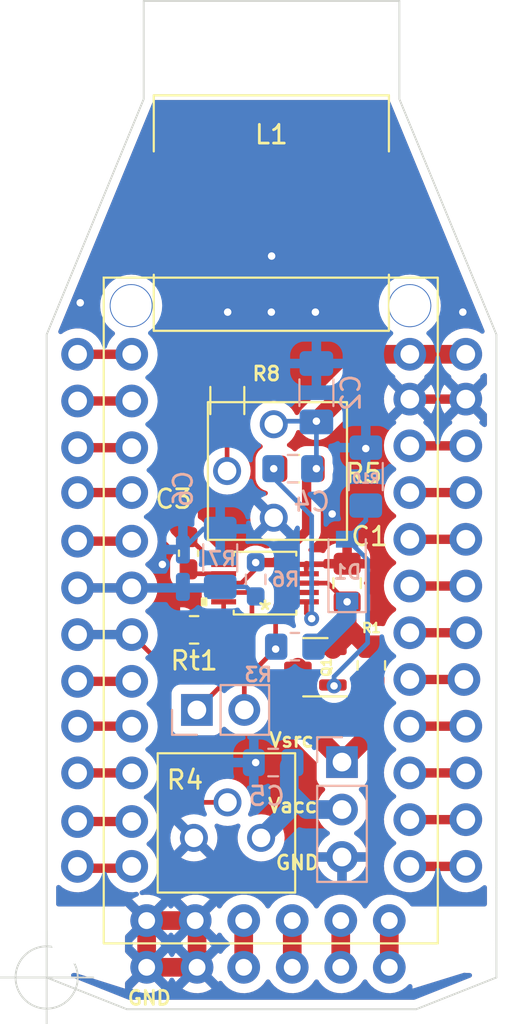
<source format=kicad_pcb>
(kicad_pcb (version 20211014) (generator pcbnew)
  (layers (0 "F.Cu" signal) (31 "B.Cu" power) (34 "B.Paste" user) (35 "F.Paste" user) (36 "B.SilkS" user "B.Silkscreen") (37 "F.SilkS" user "F.Silkscreen") (38 "B.Mask" user) (39 "F.Mask" user) (44 "Edge.Cuts" user))
  (net 0 "")
  (net 1 "PG")
  (net 2 "Vin")
  (net 3 "GND")
  (net 4 "Aref")
  (net 5 "5.5V")
  (net 6 "RT")
  (net 7 "FB")
  (net 8 "Vacc")
  (net 9 "Vsense")
  (net 10 "+12V")
  (net 11 "SW")
  (net 12 "EN")
  (net 13 "Boost")
  (net 14 "unconnected-(T1-Pad0)")
  (net 15 "unconnected-(T1-Pad5)")
  (net 16 "unconnected-(T1-Pad6)")
  (net 17 "unconnected-(T1-Pad8)")
  (net 18 "unconnected-(T1-Pad9)")
  (net 19 "unconnected-(T1-Pad10)")
  (net 20 "unconnected-(T1-Pad13)")
  (net 21 "unconnected-(T1-Pad14)")
  (net 22 "unconnected-(T1-Pad15)")
  (net 23 "unconnected-(T1-Pad17)")
  (net 24 "unconnected-(T1-Pad20)")
  (net 25 "unconnected-(T1-Pad23)")
  (net 26 "unconnected-(T1-Pad24)")
  (net 27 "unconnected-(T1-Pad25)")
  (net 28 "unconnected-(T1-Pad1)")
  (net 29 "unconnected-(T1-Pad2)")
  (net 30 "unconnected-(T1-Pad3)")
  (net 31 "unconnected-(T1-Pad4)")
  (net 32 "unconnected-(T1-Pad16)")
  (net 33 "unconnected-(T1-Pad21)")
  (net 34 "unconnected-(T1-Pad22)")
  (net 35 "unconnected-(T1-Pad26)")
  (net 36 "unconnected-(T1-Pad28)")
  (net 37 "unconnected-(T1-Pad27)")
  (net 38 "Net-(Q1-Pad1)")
  (footprint "Package_TO_SOT_SMD:SOT-23" (layer "F.Cu") (at 152.6 98 180)
    (fp_text reference "Q1" (at -0.6 0 90) (layer "F.SilkS") (effects (font (size 0.5 0.5) (thickness 0.125))))
    (fp_text value "AO3401A" hide)
    (fp_line (start 0 -1.56) (end -1.675 -1.56) (layer "F.SilkS") (width 0.12))
    (fp_line (start 0 1.56) (end 0.65 1.56) (layer "F.SilkS") (width 0.12))
    (fp_line (start 0 1.56) (end -0.65 1.56) (layer "F.SilkS") (width 0.12))
    (fp_line (start 0 -1.56) (end 0.65 -1.56) (layer "F.SilkS") (width 0.12))
    (pad "1" smd roundrect (at -0.9375 -0.95 180) (size 1.475 0.6) (layers "F.Cu" "F.Paste" "F.Mask") (net 38 "Net-(Q1-Pad1)"))
    (pad "2" smd roundrect (at -0.9375 0.95 180) (size 1.475 0.6) (layers "F.Cu" "F.Paste" "F.Mask") (net 2 "Vin"))
    (pad "3" smd roundrect (at 0.9375 0 180) (size 1.475 0.6) (layers "F.Cu" "F.Paste" "F.Mask") (net 10 "+12V"))
  )
  (footprint "Resistor_SMD:R_0805_2012Metric_Pad1.20x1.40mm_HandSolder" (layer "F.Cu") (at 146.1 96 180)
    (fp_text reference "Rt1" (at 0 -1.65 180) (layer "F.SilkS"))
    (fp_text value "226k" hide)
    (fp_line (start -0.227064 0.735) (end 0.227064 0.735) (layer "F.SilkS") (width 0.12))
    (fp_line (start -0.227064 -0.735) (end 0.227064 -0.735) (layer "F.SilkS") (width 0.12))
    (pad "1" smd roundrect (at -1 0 180) (size 1.2 1.4) (layers "F.Cu" "F.Paste" "F.Mask") (roundrect_rratio 0.2083333333) (net 6 "RT"))
    (pad "2" smd roundrect (at 1 0 180) (size 1.2 1.4) (layers "F.Cu" "F.Paste" "F.Mask") (roundrect_rratio 0.2083333333) (net 3 "GND"))
  )
  (footprint "MountingHole:MountingHole_2.5mm" (layer "F.Cu") (at 160.8 112.6)
    (fp_text reference "H1" hide)
    (fp_text value "MountingHole" hide)
    (pad "" np_thru_hole circle (at 0 0) (size 2.5 2.5) (drill 2.5) (layers *.Cu *.Mask))
  )
  (footprint "Arduino:TrinketPro5V_partial" (layer "F.Cu") (at 141.259 77.155)
    (fp_text reference "T1" hide)
    (fp_text value "TrinketPro_5V")
    (fp_rect (start 0 0) (end 17.9 35.62) (layer "F.SilkS") (width 0.12) (fill none))
    (pad "" np_thru_hole circle locked (at 1.47 1.5 90) (size 2.3 2.3) (drill 2.2) (layers F&B.Cu *.Mask))
    (pad "" np_thru_hole circle locked (at 16.4 1.5) (size 2.3 2.3) (drill 2.2) (layers F&B.Cu *.Mask))
    (pad "0" thru_hole circle locked (at 16.4 31.5) (size 1.75 1.75) (drill 1) (layers *.Cu *.Mask) (net 14 "unconnected-(T1-Pad0)"))
    (pad "0" thru_hole circle locked (at 19.4 31.5) (size 1.75 1.75) (drill 1) (layers *.Cu *.Mask) (net 14 "unconnected-(T1-Pad0)"))
    (pad "1" thru_hole circle locked (at 19.4 29) (size 1.75 1.75) (drill 1) (layers *.Cu *.Mask) (net 28 "unconnected-(T1-Pad1)"))
    (pad "1" thru_hole circle locked (at 16.4 29) (size 1.75 1.75) (drill 1) (layers *.Cu *.Mask) (net 28 "unconnected-(T1-Pad1)"))
    (pad "2" thru_hole circle locked (at 16.4 26.5) (size 1.75 1.75) (drill 1) (layers *.Cu *.Mask) (net 29 "unconnected-(T1-Pad2)"))
    (pad "2" thru_hole circle locked (at 19.4 26.5) (size 1.75 1.75) (drill 1) (layers *.Cu *.Mask) (net 29 "unconnected-(T1-Pad2)"))
    (pad "3" thru_hole circle locked (at 16.4 24) (size 1.75 1.75) (drill 1) (layers *.Cu *.Mask) (net 30 "unconnected-(T1-Pad3)"))
    (pad "3" thru_hole circle locked (at 19.4 24) (size 1.75 1.75) (drill 1) (layers *.Cu *.Mask) (net 30 "unconnected-(T1-Pad3)"))
    (pad "4" thru_hole circle locked (at 16.4 21.5) (size 1.75 1.75) (drill 1) (layers *.Cu *.Mask) (net 31 "unconnected-(T1-Pad4)"))
    (pad "4" thru_hole circle locked (at 19.3 21.5) (size 1.75 1.75) (drill 1) (layers *.Cu *.Mask) (net 31 "unconnected-(T1-Pad4)"))
    (pad "5" thru_hole circle locked (at 16.4 19) (size 1.75 1.75) (drill 1) (layers *.Cu *.Mask) (net 15 "unconnected-(T1-Pad5)"))
    (pad "5" thru_hole circle locked (at 19.4 19) (size 1.75 1.75) (drill 1) (layers *.Cu *.Mask) (net 15 "unconnected-(T1-Pad5)"))
    (pad "6" thru_hole circle locked (at 16.4 16.5) (size 1.75 1.75) (drill 1) (layers *.Cu *.Mask) (net 16 "unconnected-(T1-Pad6)"))
    (pad "6" thru_hole circle locked (at 19.4 16.5) (size 1.75 1.75) (drill 1) (layers *.Cu *.Mask) (net 16 "unconnected-(T1-Pad6)"))
    (pad "8" thru_hole circle locked (at 19.4 14) (size 1.75 1.75) (drill 1) (layers *.Cu *.Mask) (net 17 "unconnected-(T1-Pad8)"))
    (pad "8" thru_hole circle locked (at 16.4 14) (size 1.75 1.75) (drill 1) (layers *.Cu *.Mask) (net 17 "unconnected-(T1-Pad8)"))
    (pad "9" thru_hole circle locked (at 16.4 11.5) (size 1.75 1.75) (drill 1) (layers *.Cu *.Mask) (net 18 "unconnected-(T1-Pad9)"))
    (pad "9" thru_hole circle locked (at 19.4 11.5) (size 1.75 1.75) (drill 1) (layers *.Cu *.Mask) (net 18 "unconnected-(T1-Pad9)"))
    (pad "10" thru_hole circle locked (at 19.4 9) (size 1.75 1.75) (drill 1) (layers *.Cu *.Mask) (net 19 "unconnected-(T1-Pad10)"))
    (pad "10" thru_hole circle locked (at 16.4 9) (size 1.75 1.75) (drill 1) (layers *.Cu *.Mask) (net 19 "unconnected-(T1-Pad10)"))
    (pad "11" thru_hole circle locked (at 2.3 34.4) (size 1.75 1.75) (drill 0.9) (layers *.Cu *.Mask) (net 3 "GND"))
    (pad "11" thru_hole circle locked (at 4.9 34.4) (size 1.75 1.75) (drill 0.9) (layers *.Cu *.Mask) (net 3 "GND"))
    (pad "11" thru_hole circle locked (at 5 36.9) (size 1.75 1.75) (drill 0.9) (layers *.Cu *.Mask) (net 3 "GND"))
    (pad "11" thru_hole circle locked (at 19.4 6.5) (size 1.75 1.75) (drill 1) (layers *.Cu *.Mask) (net 3 "GND"))
    (pad "11" thru_hole circle locked (at 16.4 6.5) (size 1.75 1.75) (drill 1) (layers *.Cu *.Mask) (net 3 "GND"))
    (pad "11" thru_hole circle locked (at 2.3 36.9) (size 1.75 1.75) (drill 0.9) (layers *.Cu *.Mask) (net 3 "GND"))
    (pad "12" thru_hole circle locked (at 19.4 4.1) (size 1.75 1.75) (drill 1) (layers *.Cu *.Mask) (net 5 "5.5V"))
    (pad "12" thru_hole circle locked (at 16.4 4.1) (size 1.75 1.75) (drill 1) (layers *.Cu *.Mask) (net 5 "5.5V"))
    (pad "13" thru_hole circle locked (at 1.5 4.1) (size 1.75 1.75) (drill 1) (layers *.Cu *.Mask) (net 20 "unconnected-(T1-Pad13)"))
    (pad "13" thru_hole circle locked (at -1.4 4.1) (size 1.75 1.75) (drill 1) (layers *.Cu *.Mask) (net 20 "unconnected-(T1-Pad13)"))
    (pad "14" thru_hole circle locked (at -1.4 6.6) (size 1.75 1.75) (drill 1) (layers *.Cu *.Mask) (net 21 "unconnected-(T1-Pad14)"))
    (pad "14" thru_hole circle locked (at 1.5 6.6) (size 1.75 1.75) (drill 1) (layers *.Cu *.Mask) (net 21 "unconnected-(T1-Pad14)"))
    (pad "15" thru_hole circle locked (at -1.4 9.1) (size 1.75 1.75) (drill 1) (layers *.Cu *.Mask) (net 22 "unconnected-(T1-Pad15)"))
    (pad "15" thru_hole circle locked (at 1.5 9.1) (size 1.75 1.75) (drill 1) (layers *.Cu *.Mask) (net 22 "unconnected-(T1-Pad15)"))
    (pad "16" thru_hole circle locked (at 1.5 11.5) (size 1.75 1.75) (drill 1) (layers *.Cu *.Mask) (net 32 "unconnected-(T1-Pad16)"))
    (pad "16" thru_hole circle locked (at -1.4 11.5) (size 1.75 1.75) (drill 1) (layers *.Cu *.Mask) (net 32 "unconnected-(T1-Pad16)"))
    (pad "17" thru_hole circle locked (at 1.5 14.1) (size 1.75 1.75) (drill 1) (layers *.Cu *.Mask) (net 23 "unconnected-(T1-Pad17)"))
    (pad "17" thru_hole circle locked (at -1.4 14.1) (size 1.75 1.75) (drill 1) (layers *.Cu *.Mask) (net 23 "unconnected-(T1-Pad17)"))
    (pad "18" thru_hole circle locked (at 1.5 16.6) (size 1.75 1.75) (drill 1) (layers *.Cu *.Mask) (net 4 "Aref"))
    (pad "18" thru_hole circle locked (at -1.4 16.6) (size 1.75 1.75) (drill 1) (layers *.Cu *.Mask) (net 4 "Aref"))
    (pad "19" thru_hole circle locked (at 1.5 19.1) (size 1.75 1.75) (drill 1) (layers *.Cu *.Mask) (net 9 "Vsense"))
    (pad "19" thru_hole circle locked (at -1.4 19.1) (size 1.75 1.75) (drill 1) (layers *.Cu *.Mask) (net 9 "Vsense"))
    (pad "20" thru_hole circle locked (at 1.5 21.6) (size 1.75 1.75) (drill 1) (layers *.Cu *.Mask) (net 24 "unconnected-(T1-Pad20)"))
    (pad "20" thru_hole circle locked (at -1.4 21.6) (size 1.75 1.75) (drill 1) (layers *.Cu *.Mask) (net 24 "unconnected-(T1-Pad20)"))
    (pad "21" thru_hole circle locked (at -1.4 24) (size 1.75 1.75) (drill 1) (layers *.Cu *.Mask) (net 33 "unconnected-(T1-Pad21)"))
    (pad "21" thru_hole circle locked (at 1.5 24) (size 1.75 1.75) (drill 1) (layers *.Cu *.Mask) (net 33 "unconnected-(T1-Pad21)"))
    (pad "22" thru_hole circle locked (at 1.5 26.5) (size 1.75 1.75) (drill 1) (layers *.Cu *.Mask) (net 34 "unconnected-(T1-Pad22)"))
    (pad "22" thru_hole circle locked (at -1.4 26.5) (size 1.75 1.75) (drill 1) (layers *.Cu *.Mask) (net 34 "unconnected-(T1-Pad22)"))
    (pad "23" thru_hole circle locked (at -1.4 29.1) (size 1.75 1.75) (drill 1) (layers *.Cu *.Mask) (net 25 "unconnected-(T1-Pad23)"))
    (pad "23" thru_hole circle locked (at 1.5 29.1) (size 1.75 1.75) (drill 1) (layers *.Cu *.Mask) (net 25 "unconnected-(T1-Pad23)"))
    (pad "24" thru_hole circle locked (at 1.5 31.5) (size 1.75 1.75) (drill 1) (layers *.Cu *.Mask) (net 26 "unconnected-(T1-Pad24)"))
    (pad "24" thru_hole circle locked (at -1.41 31.5) (size 1.75 1.75) (drill 1) (layers *.Cu *.Mask) (net 26 "unconnected-(T1-Pad24)"))
    (pad "25" thru_hole circle locked (at 7.5 36.9) (size 1.75 1.75) (drill 0.9) (layers *.Cu *.Mask) (net 27 "unconnected-(T1-Pad25)"))
    (pad "25" thru_hole circle locked (at 7.5 34.4) (size 1.75 1.75) (drill 0.9) (layers *.Cu *.Mask) (net 27 "unconnected-(T1-Pad25)"))
    (pad "26" thru_hole circle locked (at 10.1 34.4) (size 1.75 1.75) (drill 0.9) (layers *.Cu *.Mask) (net 35 "unconnected-(T1-Pad26)"))
    (pad "26" thru_hole circle locked (at 10.1 36.9) (size 1.75 1.75) (drill 0.9) (layers *.Cu *.Mask) (net 35 "unconnected-(T1-Pad26)"))
    (pad "27" thru_hole circle locked (at 12.7 34.4) (size 1.75 1.75) (drill 0.9) (layers *.Cu *.Mask) (net 37 "unconnected-(T1-Pad27)"))
    (pad "27" thru_hole circle locked (at 12.7 36.9) (size 1.75 1.75) (drill 0.9) (layers *.Cu *.Mask) (net 37 "unconnected-(T1-Pad27)"))
    (pad "28" thru_hole circle locked (at 15.3 34.4) (size 1.75 1.75) (drill 0.9) (layers *.Cu *.Mask) (net 36 "unconnected-(T1-Pad28)"))
    (pad "28" thru_hole circle locked (at 15.3 36.9) (size 1.75 1.75) (drill 0.9) (layers *.Cu *.Mask) (net 36 "unconnected-(T1-Pad28)"))
  )
  (footprint "MountingHole:MountingHole_2.5mm" (layer "F.Cu") (at 139.7 112.6)
    (fp_text reference "H2" hide)
    (fp_text value "MountingHole" hide)
    (pad "" np_thru_hole circle (at 0 0) (size 2.5 2.5) (drill 2.5) (layers *.Cu *.Mask))
  )
  (footprint "Capacitor_SMD:C_0603_1608Metric_Pad1.08x0.95mm_HandSolder" (layer "F.Cu") (at 145.8 91.9 90)
    (fp_text reference "C3" (at 2.9 -0.8) (layer "F.SilkS"))
    (fp_text value ".22u" hide)
    (fp_line (start -0.146267 0.51) (end 0.146267 0.51) (layer "F.SilkS") (width 0.12))
    (fp_line (start -0.146267 -0.51) (end 0.146267 -0.51) (layer "F.SilkS") (width 0.12))
    (pad "1" smd roundrect (at -0.8625 0 90) (size 1.075 0.95) (layers "F.Cu" "F.Paste" "F.Mask") (net 13 "Boost"))
    (pad "2" smd roundrect (at 0.8625 0 90) (size 1.075 0.95) (layers "F.Cu" "F.Paste" "F.Mask") (net 11 "SW"))
  )
  (footprint "MountingHole:MountingHole_2.5mm" (layer "F.Cu") (at 150.5 65.3)
    (fp_text reference "H3" hide)
    (fp_text value "MountingHole")
    (pad "" np_thru_hole circle (at 0 0) (size 2.5 2.5) (drill 2.5) (layers *.Cu *.Mask))
  )
  (footprint "Resistor_SMD:R_1206_3216Metric_Pad1.30x1.75mm_HandSolder" (layer "F.Cu") (at 147.880926 83.730067 -90)
    (fp_text reference "R8" (at -1.434067 -2.093074 180) (layer "F.SilkS") (effects (font (size 0.75 0.75))))
    (fp_text value "316K")
    (fp_line (start -0.727064 -0.91) (end 0.727064 -0.91) (layer "F.SilkS") (width 0.12))
    (fp_line (start -0.727064 0.91) (end 0.727064 0.91) (layer "F.SilkS") (width 0.12))
    (pad "1" smd roundrect (at -1.55 0 270) (size 1.3 1.75) (layers "F.Cu" "F.Paste" "F.Mask") (roundrect_rratio 0.1923076923) (net 3 "GND"))
    (pad "2" smd roundrect (at 1.55 0 270) (size 1.3 1.75) (layers "F.Cu" "F.Paste" "F.Mask") (roundrect_rratio 0.1923076923) (net 7 "FB"))
  )
  (footprint "Imported:LT3970HMS-TRPBF" (layer "F.Cu") (at 149.9 93.5 180)
    (fp_text reference "U1" hide)
    (fp_text value "LT3970HMS-TRPBF" hide)
    (fp_text user "*" (at 0 -1.49) (layer "F.SilkS"))
    (fp_line (start 1.6764 -1.4732) (end 1.6764 -1.6764) (layer "F.SilkS") (width 0.12))
    (fp_line (start -1.6764 1.4732) (end -1.6764 1.6764) (layer "F.SilkS") (width 0.12))
    (fp_line (start 1.6764 1.6764) (end 1.6764 1.4732) (layer "F.SilkS") (width 0.12))
    (fp_line (start -1.6764 -1.6764) (end -1.6764 -1.4732) (layer "F.SilkS") (width 0.12))
    (fp_line (start -1.6764 1.6764) (end 1.6764 1.6764) (layer "F.SilkS") (width 0.12))
    (fp_line (start 1.6764 -1.6764) (end -1.6764 -1.6764) (layer "F.SilkS") (width 0.12))
    (fp_poly (pts (xy 3.3909 -1.19126) (xy 3.3909 -0.81026) (xy 3.1369 -0.81026) (xy 3.1369 -1.19126)) (layer "F.SilkS") (width 0.1) (fill solid))
    (pad "1" smd rect (at -2.21615 -1.00076 180) (size 1.3335 0.2794) (layers "F.Cu" "F.Paste" "F.Mask") (net 7 "FB"))
    (pad "2" smd rect (at -2.21615 -0.50038 180) (size 1.3335 0.2794) (layers "F.Cu" "F.Paste" "F.Mask") (net 12 "EN"))
    (pad "3" smd rect (at -2.21615 0 180) (size 1.3335 0.2794) (layers "F.Cu" "F.Paste" "F.Mask") (net 2 "Vin"))
    (pad "4" smd rect (at -2.21615 0.50038 180) (size 1.3335 0.2794) (layers "F.Cu" "F.Paste" "F.Mask") (net 3 "GND"))
    (pad "5" smd rect (at -2.21615 1.00076 180) (size 1.3335 0.2794) (layers "F.Cu" "F.Paste" "F.Mask") (net 3 "GND"))
    (pad "6" smd rect (at 2.21615 1.00076 180) (size 1.3335 0.2794) (layers "F.Cu" "F.Paste" "F.Mask") (net 11 "SW"))
    (pad "7" smd rect (at 2.21615 0.50038 180) (size 1.3335 0.2794) (layers "F.Cu" "F.Paste" "F.Mask") (net 13 "Boost"))
    (pad "8" smd rect (at 2.21615 0 180) (size 1.3335 0.2794) (layers "F.Cu" "F.Paste" "F.Mask") (net 5 "5.5V"))
    (pad "9" smd rect (at 2.21615 -0.50038 180) (size 1.3335 0.2794) (layers "F.Cu" "F.Paste" "F.Mask") (net 1 "PG"))
    (pad "10" smd rect (at 2.21615 -1.00076 180) (size 1.3335 0.2794) (layers "F.Cu" "F.Paste" "F.Mask") (net 6 "RT"))
  )
  (footprint "Potentiometer_Imported:CT-6EW" (layer "F.Cu") (at 147.89 106.53)
    (fp_text reference "R4" (at -2.28 -2.5) (layer "F.SilkS"))
    (fp_text value "CT6EW203_10K_4.545K" hide)
    (fp_line (start 3.627 -3.927) (end 3.627 3.52536) (layer "F.SilkS") (width 0.12))
    (fp_line (start 3.627 3.52536) (end -3.739 3.52536) (layer "F.SilkS") (width 0.12))
    (fp_line (start 3.627 -3.927) (end -3.739 -3.927) (layer "F.SilkS") (width 0.12))
    (fp_line (start -3.739 -3.927) (end -3.739 3.52536) (layer "F.SilkS") (width 0.12))
    (pad "1" thru_hole circle (at 1.8 0.6) (size 1.4986 1.4986) (drill 0.9906) (layers *.Cu *.Mask) (net 8 "Vacc"))
    (pad "2" thru_hole circle (at 0 -1.3) (size 1.4986 1.4986) (drill 0.9906) (layers *.Cu *.Mask) (net 9 "Vsense"))
    (pad "3" thru_hole circle (at -1.8 0.6) (size 1.4986 1.4986) (drill 0.9906) (layers *.Cu *.Mask) (net 3 "GND"))
  )
  (footprint "Capacitor_SMD:C_0805_2012Metric_Pad1.18x1.45mm_HandSolder" (layer "F.Cu") (at 154.3 93.5 90)
    (fp_text reference "C1" (at 2.5 1.2 180) (layer "F.SilkS"))
    (fp_text value "2.2uF" hide)
    (fp_line (start -0.261252 -0.735) (end 0.261252 -0.735) (layer "F.SilkS") (width 0.12))
    (fp_line (start -0.261252 0.735) (end 0.261252 0.735) (layer "F.SilkS") (width 0.12))
    (pad "1" smd roundrect (at -1.0375 0 90) (size 1.175 1.45) (layers "F.Cu" "F.Paste" "F.Mask") (roundrect_rratio 0.2127659574) (net 2 "Vin"))
    (pad "2" smd roundrect (at 1.0375 0 90) (size 1.175 1.45) (layers "F.Cu" "F.Paste" "F.Mask") (roundrect_rratio 0.2127659574) (net 3 "GND"))
  )
  (footprint "Potentiometer_Imported:GF063P1" (layer "F.Cu") (at 150.368 90 -90)
    (fp_text reference "R2" hide)
    (fp_text value "1M_Pot" hide)
    (fp_line (start 1.183 3.52718) (end -6.183 3.52718) (layer "F.SilkS") (width 0.12))
    (fp_line (start 1.183 -3.92518) (end 1.183 3.52718) (layer "F.SilkS") (width 0.12))
    (fp_line (start 1.183 -3.92518) (end -6.183 -3.92518) (layer "F.SilkS") (width 0.12))
    (fp_line (start -6.183 -3.92518) (end -6.183 3.52718) (layer "F.SilkS") (width 0.12))
    (pad "1" thru_hole circle (at 0 0 270) (size 1.4986 1.4986) (drill 0.9906) (layers *.Cu *.Mask) (net 3 "GND"))
    (pad "2" thru_hole circle (at -2.5 2.5 270) (size 1.4986 1.4986) (drill 0.9906) (layers *.Cu *.Mask) (net 7 "FB"))
    (pad "3" thru_hole circle (at -5 0 270) (size 1.4986 1.4986) (drill 0.9906) (layers *.Cu *.Mask) (net 5 "5.5V"))
  )
  (footprint "Resistor_SMD:R_0805_2012Metric_Pad1.20x1.40mm_HandSolder" (layer "F.Cu") (at 155.6 97.9 90)
    (fp_text reference "R1" (at 2 0 180) (layer "F.SilkS") (effects (font (size 0.5 0.5) (thickness 0.125))))
    (fp_text value "JMP")
    (fp_line (start -0.227064 -0.735) (end 0.227064 -0.735) (layer "F.SilkS") (width 0.12))
    (fp_line (start -0.227064 0.735) (end 0.227064 0.735) (layer "F.SilkS") (width 0.12))
    (pad "1" smd roundrect (at -1 0 90) (size 1.2 1.4) (layers "F.Cu" "F.Paste" "F.Mask") (roundrect_rratio 0.2083333333) (net 10 "+12V"))
    (pad "2" smd roundrect (at 1 0 90) (size 1.2 1.4) (layers "F.Cu" "F.Paste" "F.Mask") (roundrect_rratio 0.2083333333) (net 2 "Vin"))
  )
  (footprint "Inductor_SMD:L_12x12mm_H8mm" (layer "F.Cu") (at 150.24 73.7)
    (fp_text reference "L1" (at 0 -4.2) (layer "F.SilkS"))
    (fp_text value "22u_CDRH127/LDNP-220MC")
    (fp_line (start 6.3 6.3) (end -6.3 6.3) (layer "F.SilkS") (width 0.12))
    (fp_line (start -6.3 -3.3) (end -6.3 -6.3) (layer "F.SilkS") (width 0.12))
    (fp_line (start -6.3 -6.3) (end 6.3 -6.3) (layer "F.SilkS") (width 0.12))
    (fp_line (start -6.3 6.3) (end -6.3 3.3) (layer "F.SilkS") (width 0.12))
    (fp_line (start 6.3 -6.3) (end 6.3 -3.3) (layer "F.SilkS") (width 0.12))
    (fp_line (start 6.3 3.3) (end 6.3 6.3) (layer "F.SilkS") (width 0.12))
    (pad "1" smd rect (at -4.95 0) (size 2.9 5.4) (layers "F.Cu" "F.Paste" "F.Mask") (net 11 "SW"))
    (pad "2" smd rect (at 4.95 0) (size 2.9 5.4) (layers "F.Cu" "F.Paste" "F.Mask") (net 5 "5.5V"))
  )
  (footprint "Resistor_SMD:R_0805_2012Metric_Pad1.20x1.40mm_HandSolder" (layer "F.Cu") (at 151.498 87.376 180)
    (fp_text reference "R5" (at -3.696 -0.254) (layer "F.SilkS"))
    (fp_text value "1M")
    (fp_line (start -0.227064 -0.735) (end 0.227064 -0.735) (layer "F.SilkS") (width 0.12))
    (fp_line (start -0.227064 0.735) (end 0.227064 0.735) (layer "F.SilkS") (width 0.12))
    (pad "1" smd roundrect (at -1 0 180) (size 1.2 1.4) (layers "F.Cu" "F.Paste" "F.Mask") (roundrect_rratio 0.2083333333) (net 5 "5.5V"))
    (pad "2" smd roundrect (at 1 0 180) (size 1.2 1.4) (layers "F.Cu" "F.Paste" "F.Mask") (roundrect_rratio 0.2083333333) (net 7 "FB"))
  )
  (footprint "Diode_SMD:D_SOD-123" (layer "B.Cu") (at 154.3 92.8 90)
    (fp_text reference "D1" (at -0.11 0.02) (layer "B.SilkS") (effects (font (size 0.75 0.75)) (justify mirror)))
    (fp_text value "25VBrkDwn" hide)
    (fp_line (start -2.25 -1) (end 1.65 -1) (layer "B.SilkS") (width 0.12))
    (fp_line (start -2.25 1) (end 1.65 1) (layer "B.SilkS") (width 0.12))
    (fp_line (start -2.25 1) (end -2.25 -1) (layer "B.SilkS") (width 0.12))
    (pad "1" smd rect (at -1.65 0 90) (size 0.9 1.2) (layers "B.Cu" "B.Paste" "B.Mask") (net 2 "Vin"))
    (pad "2" smd rect (at 1.65 0 90) (size 0.9 1.2) (layers "B.Cu" "B.Paste" "B.Mask") (net 38 "Net-(Q1-Pad1)"))
  )
  (footprint "Custom:C_0.64x0.4_Handsolder" (layer "B.Cu") (at 145.5 92.7 90)
    (fp_text reference "C6" (at 4.24 0.012 90 unlocked) (layer "B.SilkS") (effects (justify mirror)))
    (fp_text value "100n" hide)
    (pad "1" smd roundrect (at -1 0 90) (size 1.5 0.75) (layers "B.Cu" "B.Paste" "B.Mask") (net 4 "Aref"))
    (pad "2" smd roundrect (at 1 0 90) (size 1.5 0.75) (layers "B.Cu" "B.Paste" "B.Mask") (net 3 "GND"))
  )
  (footprint "Connector_PinSocket_2.54mm:PinSocket_1x02_P2.54mm_Vertical" (layer "B.Cu") (at 146.25 100.285 -90)
    (fp_text reference "J4" hide)
    (fp_text value "FET_CTRL" hide)
    (fp_line (start -1.33 -3.87) (end 1.33 -3.87) (layer "B.SilkS") (width 0.12))
    (fp_line (start 0 1.33) (end 1.33 1.33) (layer "B.SilkS") (width 0.12))
    (fp_line (start -1.33 -1.27) (end 1.33 -1.27) (layer "B.SilkS") (width 0.12))
    (fp_line (start 1.33 1.33) (end 1.33 0) (layer "B.SilkS") (width 0.12))
    (fp_line (start -1.33 -1.27) (end -1.33 -3.87) (layer "B.SilkS") (width 0.12))
    (fp_line (start 1.33 -1.27) (end 1.33 -3.87) (layer "B.SilkS") (width 0.12))
    (pad "1" thru_hole rect (at 0 0 270) (size 1.7 1.7) (drill 1) (layers *.Cu *.Mask) (net 1 "PG"))
    (pad "2" thru_hole oval (at 0 -2.54 270) (size 1.7 1.7) (drill 1) (layers *.Cu *.Mask) (net 12 "EN"))
  )
  (footprint "Resistor_SMD:R_1206_3216Metric_Pad1.30x1.75mm_HandSolder" (layer "B.Cu") (at 147.5 92.15 -90)
    (fp_text reference "R7" (at 0.05 -0.1 180) (layer "B.SilkS") (effects (font (size 0.75 0.75)) (justify mirror)))
    (fp_text value "100K" hide)
    (fp_line (start -0.727064 0.91) (end 0.727064 0.91) (layer "B.SilkS") (width 0.12))
    (fp_line (start -0.727064 -0.91) (end 0.727064 -0.91) (layer "B.SilkS") (width 0.12))
    (pad "1" smd roundrect (at -1.55 0 270) (size 1.3 1.75) (layers "B.Cu" "B.Paste" "B.Mask") (roundrect_rratio 0.1923076923) (net 3 "GND"))
    (pad "2" smd roundrect (at 1.55 0 270) (size 1.3 1.75) (layers "B.Cu" "B.Paste" "B.Mask") (roundrect_rratio 0.1923076923) (net 4 "Aref"))
  )
  (footprint "Resistor_SMD:R_0805_2012Metric_Pad1.20x1.40mm_HandSolder" (layer "B.Cu") (at 151.5 96.9)
    (fp_text reference "R3" (at -1.96 1.5) (layer "B.SilkS") (effects (font (size 0.75 0.75)) (justify mirror)))
    (fp_text value "JMP")
    (fp_line (start -0.227064 0.735) (end 0.227064 0.735) (layer "B.SilkS") (width 0.12))
    (fp_line (start -0.227064 -0.735) (end 0.227064 -0.735) (layer "B.SilkS") (width 0.12))
    (pad "1" smd roundrect (at -1 0) (size 1.2 1.4) (layers "B.Cu" "B.Paste" "B.Mask") (roundrect_rratio 0.2083333333) (net 12 "EN"))
    (pad "2" smd roundrect (at 1 0) (size 1.2 1.4) (layers "B.Cu" "B.Paste" "B.Mask") (roundrect_rratio 0.2083333333) (net 2 "Vin"))
  )
  (footprint "Capacitor_SMD:C_0805_2012Metric_Pad1.18x1.45mm_HandSolder" (layer "B.Cu") (at 151.384 87.376 180)
    (fp_text reference "C4" (at -1.016 -1.778) (layer "B.SilkS") (effects (justify mirror)))
    (fp_text value "22p" hide)
    (fp_line (start -0.261252 -0.735) (end 0.261252 -0.735) (layer "B.SilkS") (width 0.12))
    (fp_line (start -0.261252 0.735) (end 0.261252 0.735) (layer "B.SilkS") (width 0.12))
    (pad "1" smd roundrect (at -1.0375 0 180) (size 1.175 1.45) (layers "B.Cu" "B.Paste" "B.Mask") (roundrect_rratio 0.2127659574) (net 5 "5.5V"))
    (pad "2" smd roundrect (at 1.0375 0 180) (size 1.175 1.45) (layers "B.Cu" "B.Paste" "B.Mask") (roundrect_rratio 0.2127659574) (net 7 "FB"))
  )
  (footprint "Connector_PinSocket_2.54mm:PinSocket_1x03_P2.54mm_Vertical" (layer "B.Cu") (at 154.025 103.075 180)
    (fp_text reference "J1" hide)
    (fp_text value "PWR_IN")
    (fp_line (start -1.33 -1.27) (end -1.33 -6.41) (layer "B.SilkS") (width 0.12))
    (fp_line (start -1.33 -6.41) (end 1.33 -6.41) (layer "B.SilkS") (width 0.12))
    (fp_line (start 0 1.33) (end 1.33 1.33) (layer "B.SilkS") (width 0.12))
    (fp_line (start 1.33 -1.27) (end 1.33 -6.41) (layer "B.SilkS") (width 0.12))
    (fp_line (start -1.33 -1.27) (end 1.33 -1.27) (layer "B.SilkS") (width 0.12))
    (fp_line (start 1.33 1.33) (end 1.33 0) (layer "B.SilkS") (width 0.12))
    (pad "1" thru_hole rect (at 0 0 180) (size 1.7 1.7) (drill 1) (layers *.Cu *.Mask) (net 10 "+12V"))
    (pad "2" thru_hole oval (at 0 -2.54 180) (size 1.7 1.7) (drill 1) (layers *.Cu *.Mask) (net 8 "Vacc"))
    (pad "3" thru_hole oval (at 0 -5.08 180) (size 1.7 1.7) (drill 1) (layers *.Cu *.Mask) (net 3 "GND"))
  )
  (footprint "Capacitor_SMD:C_1206_3216Metric_Pad1.33x1.80mm_HandSolder" (layer "B.Cu") (at 152.654 83.312 90)
    (fp_text reference "C2" (at 0 1.85 90) (layer "B.SilkS") (effects (justify mirror)))
    (fp_text value "47u")
    (fp_line (start -0.711252 -0.91) (end 0.711252 -0.91) (layer "B.SilkS") (width 0.12))
    (fp_line (start -0.711252 0.91) (end 0.711252 0.91) (layer "B.SilkS") (width 0.12))
    (pad "1" smd roundrect (at -1.5625 0 90) (size 1.325 1.8) (layers "B.Cu" "B.Paste" "B.Mask") (roundrect_rratio 0.188679) (net 5 "5.5V"))
    (pad "2" smd roundrect (at 1.5625 0 90) (size 1.325 1.8) (layers "B.Cu" "B.Paste" "B.Mask") (roundrect_rratio 0.188679) (net 3 "GND"))
  )
  (footprint "Resistor_SMD:R_1206_3216Metric_Pad1.30x1.75mm_HandSolder" (layer "B.Cu") (at 155.3 87.8 -90)
    (fp_text reference "R10" (at 0.1 0 180) (layer "B.SilkS") (effects (font (size 0.5 0.5) (thickness 0.125)) (justify mirror)))
    (fp_text value "100K")
    (fp_line (start -0.727064 0.91) (end 0.727064 0.91) (layer "B.SilkS") (width 0.12))
    (fp_line (start -0.727064 -0.91) (end 0.727064 -0.91) (layer "B.SilkS") (width 0.12))
    (pad "1" smd roundrect (at -1.55 0 270) (size 1.3 1.75) (layers "B.Cu" "B.Paste" "B.Mask") (roundrect_rratio 0.1923076923) (net 3 "GND"))
    (pad "2" smd roundrect (at 1.55 0 270) (size 1.3 1.75) (layers "B.Cu" "B.Paste" "B.Mask") (roundrect_rratio 0.1923076923) (net 38 "Net-(Q1-Pad1)"))
  )
  (footprint "Capacitor_SMD:C_0805_2012Metric_Pad1.18x1.45mm_HandSolder" (layer "B.Cu") (at 150.3375 103.1 180)
    (fp_text reference "C5" (at 0.35 -1.8) (layer "B.SilkS") (effects (justify mirror)))
    (fp_text value "47n" hide)
    (fp_line (start -0.261252 0.735) (end 0.261252 0.735) (layer "B.SilkS") (width 0.12))
    (fp_line (start -0.261252 -0.735) (end 0.261252 -0.735) (layer "B.SilkS") (width 0.12))
    (pad "1" smd roundrect (at -1.0375 0 180) (size 1.175 1.45) (layers "B.Cu" "B.Paste" "B.Mask") (roundrect_rratio 0.2127659574) (net 8 "Vacc"))
    (pad "2" smd roundrect (at 1.0375 0 180) (size 1.175 1.45) (layers "B.Cu" "B.Paste" "B.Mask") (roundrect_rratio 0.2127659574) (net 3 "GND"))
  )
  (footprint "Resistor_SMD:R_0603_1608Metric_Pad0.98x0.95mm_HandSolder" (layer "B.Cu") (at 149.4 93.3 90)
    (fp_text reference "R6" (at 0 1.6) (layer "B.SilkS") (effects (font (size 0.75 0.75)) (justify mirror)))
    (fp_text value "10K" hide)
    (fp_line (start -0.254724 0.5225) (end 0.254724 0.5225) (layer "B.SilkS") (width 0.12))
    (fp_line (start -0.254724 -0.5225) (end 0.254724 -0.5225) (layer "B.SilkS") (width 0.12))
    (pad "1" smd roundrect (at -0.9125 0 90) (size 0.975 0.95) (layers "B.Cu" "B.Paste" "B.Mask") (net 4 "Aref"))
    (pad "2" smd roundrect (at 0.9125 0 90) (size 0.975 0.95) (layers "B.Cu" "B.Paste" "B.Mask") (net 5 "5.5V"))
  )
  (gr_line (start 162.3 114.6) (end 158 116.3) (layer "Edge.Cuts") (width 0.1))
  (gr_line (start 143.4 62.35) (end 157.1 62.35) (layer "Edge.Cuts") (width 0.1))
  (gr_line (start 143.4 62.35) (end 143.4 67.6) (layer "Edge.Cuts") (width 0.1))
  (gr_line (start 162.3 114.6) (end 162.3 109.8) (layer "Edge.Cuts") (width 0.1))
  (gr_line (start 142.5 116.3) (end 138.2 114.6) (layer "Edge.Cuts") (width 0.1))
  (gr_line (start 162.3 80.2) (end 157.1 67.6) (layer "Edge.Cuts") (width 0.1))
  (gr_line (start 138.2 109.8) (end 138.2 80.2) (layer "Edge.Cuts") (width 0.1))
  (gr_line (start 138.2 114.6) (end 138.2 109.8) (layer "Edge.Cuts") (width 0.1))
  (gr_line (start 142.5 116.3) (end 158 116.3) (layer "Edge.Cuts") (width 0.1))
  (gr_line (start 157.1 62.35) (end 157.1 67.6) (layer "Edge.Cuts") (width 0.1))
  (gr_line (start 162.3 109.8) (end 162.3 80.2) (layer "Edge.Cuts") (width 0.1))
  (gr_line (start 138.2 80.2) (end 143.4 67.6) (layer "Edge.Cuts") (width 0.1))
  (gr_text "Vacc" (at 151.384 105.41) (layer "F.SilkS") (effects (font (size 0.75 0.75))))
  (gr_text "Vsrc" (at 151.32 101.9) (layer "F.SilkS") (effects (font (size 0.75 0.75))))
  (gr_text "GND" (at 151.638 108.458) (layer "F.SilkS") (effects (font (size 0.75 0.75))))
  (gr_text "GND" (at 143.7 115.7) (layer "F.SilkS") (effects (font (size 0.75 0.75))))
  (target plus (at 138.2 114.6) (size 5) (width 0.1) (layer "Edge.Cuts"))
  (segment (start 149.2 97.335) (end 146.25 100.285) (width 0.25) (layer "F.Cu") (net 1))
  (segment (start 149.2 94.2) (end 149.2 97.335) (width 0.25) (layer "F.Cu") (net 1))
  (segment (start 147.68385 94.00038) (end 149.00038 94.00038) (width 0.25) (layer "F.Cu") (net 1))
  (segment (start 149.00038 94.00038) (end 149.2 94.2) (width 0.25) (layer "F.Cu") (net 1))
  (segment (start 155.4 96.9) (end 154.3 95.8) (width 1) (layer "F.Cu") (net 2))
  (segment (start 153.2625 93.5) (end 154.3 94.5375) (width 0.25) (layer "F.Cu") (net 2))
  (segment (start 154.3 95.3) (end 154.3 94.5375) (width 1) (layer "F.Cu") (net 2))
  (segment (start 154.3 96.2875) (end 153.5375 97.05) (width 1) (layer "F.Cu") (net 2))
  (segment (start 154.3 95.8) (end 154.3 96.2875) (width 1) (layer "F.Cu") (net 2))
  (segment (start 152.11615 93.5) (end 153.2625 93.5) (width 0.25) (layer "F.Cu") (net 2))
  (segment (start 154.3 95.8) (end 154.3 94.5375) (width 1) (layer "F.Cu") (net 2))
  (via (at 154.3 94.5) (size 0.8) (drill 0.4) (layers "F.Cu" "B.Cu") (net 2))
  (segment (start 154.3 95.3) (end 154.3 94.5) (width 1) (layer "B.Cu") (net 2))
  (segment (start 154.3 95.3) (end 152.7 96.9) (width 1) (layer "B.Cu") (net 2))
  (segment (start 152.7 96.9) (end 152.5 96.9) (width 1) (layer "B.Cu") (net 2))
  (segment (start 146.259 114.055) (end 146.259 111.655) (width 1) (layer "F.Cu") (net 3))
  (segment (start 154.3 92.4625) (end 152.15289 92.4625) (width 0.25) (layer "F.Cu") (net 3))
  (segment (start 143.559 114.055) (end 143.559 111.555) (width 1) (layer "F.Cu") (net 3))
  (segment (start 143.559 111.555) (end 146.159 111.555) (width 1) (layer "F.Cu") (net 3))
  (segment (start 143.559 114.055) (end 146.259 114.055) (width 1) (layer "F.Cu") (net 3))
  (segment (start 152.15289 92.4625) (end 152.11615 92.49924) (width 0.25) (layer "F.Cu") (net 3))
  (segment (start 146.259 111.655) (end 146.159 111.555) (width 0.25) (layer "F.Cu") (net 3))
  (segment (start 152.11615 92.99962) (end 152.11615 92.49924) (width 0.25) (layer "F.Cu") (net 3))
  (segment (start 157.659 83.655) (end 160.659 83.655) (width 0.5) (layer "F.Cu") (net 3))
  (via (at 152.6 79) (size 0.8) (drill 0.4) (layers "F.Cu" "B.Cu") (net 3))
  (via (at 150.24 79) (size 0.8) (drill 0.4) (layers "F.Cu" "B.Cu") (net 3))
  (via (at 155.3 86.3) (size 0.8) (drill 0.4) (layers "F.Cu" "B.Cu") (net 3))
  (via (at 140 78.5) (size 0.8) (drill 0.4) (layers "F.Cu" "B.Cu") (net 3))
  (via (at 144.4 92.5) (size 0.8) (drill 0.4) (layers "F.Cu" "B.Cu") (net 3))
  (via (at 153.5 89.8) (size 0.8) (drill 0.4) (layers "F.Cu" "B.Cu") (net 3))
  (via (at 147.9 79) (size 0.8) (drill 0.4) (layers "F.Cu" "B.Cu") (net 3))
  (via (at 160.5 79) (size 0.8) (drill 0.4) (layers "F.Cu" "B.Cu") (net 3))
  (via (at 149.4 103.1) (size 0.8) (drill 0.4) (layers "F.Cu" "B.Cu") (net 3))
  (via (at 150.254156 76) (size 0.8) (drill 0.4) (layers "F.Cu" "B.Cu") (net 3))
  (segment (start 147.5 90.6) (end 146.6 90.6) (width 0.25) (layer "B.Cu") (net 3))
  (segment (start 146.6 90.6) (end 145.5 91.7) (width 0.25) (layer "B.Cu") (net 3))
  (segment (start 142.759 93.755) (end 139.859 93.755) (width 0.5) (layer "F.Cu") (net 4))
  (segment (start 144.945 93.755) (end 139.859 93.755) (width 0.5) (layer "B.Cu") (net 4))
  (segment (start 147.205 93.755) (end 147.21 93.76) (width 0.25) (layer "B.Cu") (net 4))
  (segment (start 144.945 93.755) (end 147.205 93.755) (width 0.5) (layer "B.Cu") (net 4))
  (segment (start 148.8875 93.7) (end 149.4 94.2125) (width 0.25) (layer "B.Cu") (net 4))
  (segment (start 147.5 93.7) (end 148.8875 93.7) (width 0.25) (layer "B.Cu") (net 4))
  (segment (start 149.4 92.738942) (end 149.4 92.4) (width 0.25) (layer "F.Cu") (net 5))
  (segment (start 147.68385 93.5) (end 148.638942 93.5) (width 0.25) (layer "F.Cu") (net 5))
  (segment (start 157.659 81.255) (end 155.423 81.255) (width 1) (layer "F.Cu") (net 5))
  (segment (start 150.424 92.4) (end 152.13 90.694) (width 0.5) (layer "F.Cu") (net 5))
  (segment (start 155.19 81.022) (end 155.19 82.292) (width 1) (layer "F.Cu") (net 5))
  (segment (start 152.13 87.9) (end 152.654 87.376) (width 0.5) (layer "F.Cu") (net 5))
  (segment (start 155.19 82.292) (end 155.194 82.296) (width 1) (layer "F.Cu") (net 5))
  (segment (start 155.423 81.255) (end 155.19 81.022) (width 1) (layer "F.Cu") (net 5))
  (segment (start 157.659 81.255) (end 160.659 81.255) (width 1) (layer "F.Cu") (net 5))
  (segment (start 149.4 92.4) (end 150.424 92.4) (width 0.5) (layer "F.Cu") (net 5))
  (segment (start 152.13 90.694) (end 152.13 87.9) (width 0.5) (layer "F.Cu") (net 5))
  (segment (start 155.194 82.296) (end 152.654 84.836) (width 1) (layer "F.Cu") (net 5))
  (segment (start 155.19 73.7) (end 155.19 81.022) (width 1) (layer "F.Cu") (net 5))
  (segment (start 148.638942 93.5) (end 149.4 92.738942) (width 0.25) (layer "F.Cu") (net 5))
  (via (at 152.654 87.376) (size 0.8) (drill 0.4) (layers "F.Cu" "B.Cu") (net 5))
  (via (at 152.654 84.836) (size 0.8) (drill 0.4) (layers "F.Cu" "B.Cu") (net 5))
  (via (at 149.4 92.4) (size 0.8) (drill 0.4) (layers "F.Cu" "B.Cu") (net 5))
  (segment (start 152.654 84.836) (end 150.532 84.836) (width 0.25) (layer "B.Cu") (net 5))
  (segment (start 152.654 84.836) (end 152.654 87.376) (width 0.25) (layer "B.Cu") (net 5))
  (segment (start 150.532 84.836) (end 150.368 85) (width 0.25) (layer "B.Cu") (net 5))
  (segment (start 147.68385 94.50076) (end 147.68385 95.41615) (width 0.25) (layer "F.Cu") (net 6))
  (segment (start 147.68385 95.41615) (end 147.1 96) (width 0.25) (layer "F.Cu") (net 6))
  (segment (start 152.11615 95.11615) (end 152.4 95.4) (width 0.25) (layer "F.Cu") (net 7))
  (segment (start 147.868 87.5) (end 147.868 85.292993) (width 0.25) (layer "F.Cu") (net 7))
  (segment (start 152.11615 94.50076) (end 152.11615 95.11615) (width 0.25) (layer "F.Cu") (net 7))
  (via (at 152.4 95.4) (size 0.8) (drill 0.4) (layers "F.Cu" "B.Cu") (net 7))
  (via (at 150.368 87.376) (size 0.8) (drill 0.4) (layers "F.Cu" "B.Cu") (net 7))
  (segment (start 152.4 95.4) (end 152.4 89.91) (width 0.25) (layer "B.Cu") (net 7))
  (segment (start 152.4 89.91) (end 149.99 87.5) (width 0.25) (layer "B.Cu") (net 7))
  (segment (start 151.2 103.275) (end 151.375 103.1) (width 1) (layer "B.Cu") (net 8))
  (segment (start 151.2 104.6875) (end 151.2 103.275) (width 1) (layer "B.Cu") (net 8))
  (segment (start 149.69 107.13) (end 151.2 105.62) (width 1) (layer "B.Cu") (net 8))
  (segment (start 152.1275 105.615) (end 151.2 104.6875) (width 1) (layer "B.Cu") (net 8))
  (segment (start 154.025 105.615) (end 152.1275 105.615) (width 1) (layer "B.Cu") (net 8))
  (segment (start 151.2 105.62) (end 151.2 104.6875) (width 1) (layer "B.Cu") (net 8))
  (segment (start 144.49 97.986) (end 142.759 96.255) (width 0.25) (layer "F.Cu") (net 9))
  (segment (start 142.759 96.255) (end 139.859 96.255) (width 0.5) (layer "F.Cu") (net 9))
  (segment (start 146.47 105.23) (end 144.49 103.25) (width 0.25) (layer "F.Cu") (net 9))
  (segment (start 144.49 103.25) (end 144.49 97.986) (width 0.25) (layer "F.Cu") (net 9))
  (segment (start 147.89 105.23) (end 146.47 105.23) (width 0.25) (layer "F.Cu") (net 9))
  (segment (start 140.293 96.255) (end 142.759 96.255) (width 0.5) (layer "B.Cu") (net 9))
  (segment (start 154.025 103.075) (end 154.025 103.01799) (width 1) (layer "F.Cu") (net 10))
  (segment (start 155.6 101.5) (end 154.025 103.075) (width 1) (layer "F.Cu") (net 10))
  (segment (start 151.6625 100.6625) (end 151.6625 98) (width 1) (layer "F.Cu") (net 10))
  (segment (start 155.6 98.9) (end 155.6 101.5) (width 1) (layer "F.Cu") (net 10))
  (segment (start 154.01799 103.01799) (end 151.6625 100.6625) (width 1) (layer "F.Cu") (net 10))
  (segment (start 154.025 103.01799) (end 154.01799 103.01799) (width 1) (layer "F.Cu") (net 10))
  (segment (start 145.29 90.5275) (end 145.29 74.05) (width 1) (layer "F.Cu") (net 11))
  (segment (start 147.68385 92.49924) (end 147.26174 92.49924) (width 0.25) (layer "F.Cu") (net 11))
  (segment (start 147.26174 92.49924) (end 145.8 91.0375) (width 0.25) (layer "F.Cu") (net 11))
  (segment (start 145.8 91.0375) (end 145.29 90.5275) (width 1) (layer "F.Cu") (net 11))
  (segment (start 151.161058 94.00038) (end 150.47 94.691438) (width 0.25) (layer "F.Cu") (net 12))
  (segment (start 150.47 97.03) (end 148.79 98.71) (width 0.25) (layer "F.Cu") (net 12))
  (segment (start 148.79 98.71) (end 148.79 100.285) (width 0.25) (layer "F.Cu") (net 12))
  (segment (start 150.47 94.691438) (end 150.47 97.03) (width 0.25) (layer "F.Cu") (net 12))
  (segment (start 152.11615 94.00038) (end 151.161058 94.00038) (width 0.25) (layer "F.Cu") (net 12))
  (via (at 150.47 97.03) (size 0.8) (drill 0.4) (layers "F.Cu" "B.Cu") (net 12))
  (segment (start 146.03712 92.99962) (end 145.8 92.7625) (width 0.25) (layer "F.Cu") (net 13))
  (segment (start 147.68385 92.99962) (end 146.03712 92.99962) (width 0.25) (layer "F.Cu") (net 13))
  (segment (start 157.659 108.655) (end 160.659 108.655) (width 0.5) (layer "F.Cu") (net 14))
  (segment (start 157.659 96.155) (end 160.659 96.155) (width 0.5) (layer "F.Cu") (net 15))
  (segment (start 157.659 93.655) (end 160.659 93.655) (width 0.5) (layer "F.Cu") (net 16))
  (segment (start 157.659 91.155) (end 160.659 91.155) (width 0.5) (layer "F.Cu") (net 17))
  (segment (start 157.659 88.655) (end 160.659 88.655) (width 0.5) (layer "F.Cu") (net 18))
  (segment (start 157.659 86.155) (end 160.659 86.155) (width 0.5) (layer "F.Cu") (net 19))
  (segment (start 139.859 81.255) (end 142.759 81.255) (width 0.5) (layer "F.Cu") (net 20))
  (segment (start 139.859 83.755) (end 142.759 83.755) (width 0.5) (layer "F.Cu") (net 21))
  (segment (start 139.859 86.255) (end 142.759 86.255) (width 0.5) (layer "F.Cu") (net 22))
  (segment (start 139.859 91.255) (end 142.759 91.255) (width 0.5) (layer "F.Cu") (net 23))
  (segment (start 139.859 98.755) (end 142.759 98.755) (width 0.5) (layer "F.Cu") (net 24))
  (segment (start 142.759 106.255) (end 139.859 106.255) (width 0.5) (layer "F.Cu") (net 25))
  (segment (start 142.759 108.755) (end 139.859 108.755) (width 0.5) (layer "F.Cu") (net 26))
  (segment (start 148.759 111.555) (end 148.759 114.055) (width 1) (layer "F.Cu") (net 27))
  (segment (start 157.659 106.155) (end 160.659 106.155) (width 0.5) (layer "F.Cu") (net 28))
  (segment (start 157.659 103.655) (end 160.659 103.655) (width 0.5) (layer "F.Cu") (net 29))
  (segment (start 159.037 101.155) (end 160.659 101.155) (width 0.5) (layer "F.Cu") (net 30))
  (segment (start 157.659 101.155) (end 159.037 101.155) (width 0.5) (layer "F.Cu") (net 30))
  (segment (start 157.659 98.655) (end 160.559 98.655) (width 0.5) (layer "F.Cu") (net 31))
  (segment (start 139.859 88.655) (end 142.759 88.655) (width 0.5) (layer "F.Cu") (net 32))
  (segment (start 139.859 101.155) (end 142.759 101.155) (width 0.5) (layer "F.Cu") (net 33))
  (segment (start 139.859 103.655) (end 142.759 103.655) (width 0.5) (layer "F.Cu") (net 34))
  (segment (start 151.359 114.055) (end 151.359 111.555) (width 1) (layer "F.Cu") (net 35))
  (segment (start 156.559 111.555) (end 156.559 114.055) (width 1) (layer "F.Cu") (net 36))
  (segment (start 153.959 111.555) (end 153.959 114.055) (width 1) (layer "F.Cu") (net 37))
  (via (at 153.6 99) (size 0.8) (drill 0.4) (layers "F.Cu" "B.Cu") (net 38))
  (segment (start 153.6 99) (end 153.6 98.5) (width 0.25) (layer "B.Cu") (net 38))
  (segment (start 155.3 90.15) (end 154.3 91.15) (width 0.25) (layer "B.Cu") (net 38))
  (segment (start 155.4 96.7) (end 155.4 92.25) (width 0.25) (layer "B.Cu") (net 38))
  (segment (start 155.4 92.25) (end 154.3 91.15) (width 0.25) (layer "B.Cu") (net 38))
  (segment (start 155.3 89.35) (end 155.3 90.15) (width 0.25) (layer "B.Cu") (net 38))
  (segment (start 153.6 98.5) (end 155.4 96.7) (width 0.25) (layer "B.Cu") (net 38))
  (zone (net 3) (net_name "GND") (layers F&B.Cu) (name "GND") (connect_pads (clearance 0.508)) (min_thickness 0.254) (fill yes (thermal_gap 0.508) (thermal_bridge_width 0.508))
    (polygon (pts (xy 161.996879 115.798297) (xy 138.396814 115.800025) (xy 138.401267 80.153707) (xy 162.001332 80.117905)))
  )
  (zone (net 0) (net_name "") (layers F&B.Cu) (name "GND") (connect_pads (clearance 0)) (min_thickness 0.254)
    (keepout (tracks not_allowed) (vias allowed) (pads allowed) (copperpour not_allowed) (footprints allowed))
    (fill (thermal_gap 0.508) (thermal_bridge_width 0.508))
    (polygon (pts (xy 157.8 115.2) (xy 162.047653 113.889185) (xy 162.047653 110.8) (xy 157.8 110.8)))
  )
  (zone (net 0) (net_name "") (layers F&B.Cu) (name "GND") (connect_pads (clearance 0)) (min_thickness 0.254)
    (keepout (tracks not_allowed) (vias allowed) (pads allowed) (copperpour not_allowed) (footprints allowed))
    (fill (thermal_gap 0.508) (thermal_bridge_width 0.508))
    (polygon (pts (xy 142.4 115.2) (xy 138.252347 113.889185) (xy 138.252347 110.8) (xy 142.4 110.8)))
  )
  (zone (net 3) (net_name "GND") (layers F&B.Cu) (name "GND") (connect_pads (clearance 0.508)) (min_thickness 0.254) (fill yes (thermal_gap 0.508) (thermal_bridge_width 0.508))
    (polygon (pts (xy 162.110168 80.218816) (xy 138.490168 80.258816) (xy 143.44 67.65) (xy 157.07 67.65)))
  )
)
</source>
